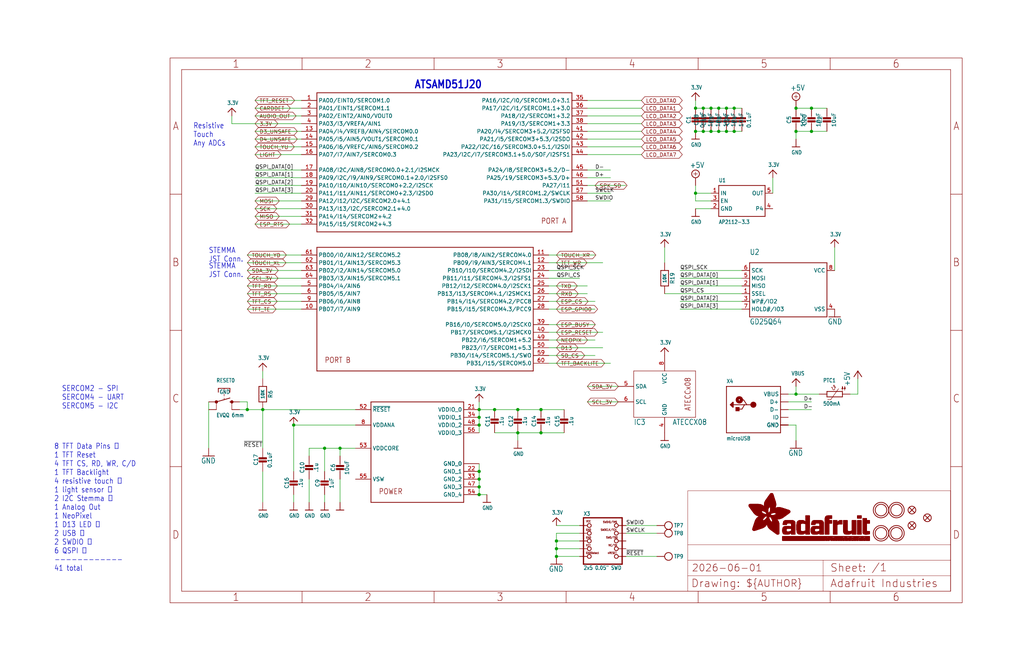
<source format=kicad_sch>
(kicad_sch (version 20230121) (generator eeschema)
  (paper "User" 336.55 217.322)
  (lib_symbols
    (symbol "working-eagle-import:+5V" (power)
      (property "Value" "+5V" (at -1.905 3.175 0))
      (symbol "+5V_1_0"
        (pin power_in line (at 0 -2.54 90) (length 2.54) (name "+5V") (number "1"))
      )
    )
    (symbol "working-eagle-import:3.3V" (power)
      (property "Value" "3.3V" (at -1.524 1.016 0))
      (symbol "3.3V_1_0"
        (pin power_in line (at 0 -2.54 90) (length 2.54) (name "3.3V") (number "1"))
      )
    )
    (symbol "working-eagle-import:ATECCX08"
      (property "Reference" "IC" (at -10.16 -10.16 0))
      (symbol "ATECCX08_1_0"
        (text "ATECCx08" (at 7.62 0 900) (effects (font (size 1.778 1.5113))))
        (pin power_in line (at 0 -12.7 90) (length 5.08) (name "GND") (number "4"))
        (pin bidirectional line (at -15.24 2.54 0) (length 5.08) (name "SDA") (number "5"))
        (pin bidirectional line (at -15.24 -2.54 0) (length 5.08) (name "SCL") (number "6"))
        (pin power_in line (at 0 12.7 270) (length 5.08) (name "VCC") (number "8"))
      )
    )
    (symbol "working-eagle-import:ATSAMD51J"
      (symbol "ATSAMD51J_1_0"
        (text "PORT A" (at 48.26 -22.86 0) (effects (font (size 1.778 1.5113)) (justify left bottom)))
        (pin bidirectional line (at -30.48 17.78 0) (length 5.08) (name "PA00/EINT0/SERCOM1.0") (number "1"))
        (pin bidirectional line (at -30.48 7.62 0) (length 5.08) (name "PA04/I4/VREFB/AIN4/SERCOM0.0") (number "13"))
        (pin bidirectional line (at -30.48 5.08 0) (length 5.08) (name "PA05/I5/AIN5/VOUT1/SERCOM0.1") (number "14"))
        (pin bidirectional line (at -30.48 2.54 0) (length 5.08) (name "PA06/I6/VREFC/AIN6/SERCOM0.2") (number "15"))
        (pin bidirectional line (at -30.48 0 0) (length 5.08) (name "PA07/I7/AIN7/SERCOM0.3") (number "16"))
        (pin bidirectional line (at -30.48 -5.08 0) (length 5.08) (name "PA08/I2C/AIN8/SERCOM0.0+2.1/I2SMCK") (number "17"))
        (pin bidirectional line (at -30.48 -7.62 0) (length 5.08) (name "PA09/I2C/I9/AIN9/SERCOM0.1+2.0/I2SFS0") (number "18"))
        (pin bidirectional line (at -30.48 -10.16 0) (length 5.08) (name "PA10/I10/AIN10/SERCOM0+2.2/I2SCK") (number "19"))
        (pin bidirectional line (at -30.48 15.24 0) (length 5.08) (name "PA01/EINT1/SERCOM1.1") (number "2"))
        (pin bidirectional line (at -30.48 -12.7 0) (length 5.08) (name "PA11/I11/AIN11/SERCOM0+2.3/I2SDO") (number "20"))
        (pin bidirectional line (at -30.48 -15.24 0) (length 5.08) (name "PA12/I12/I2C/SERCOM2.0+4.1") (number "29"))
        (pin bidirectional line (at -30.48 12.7 0) (length 5.08) (name "PA02/EINT2/AIN0/VOUT0") (number "3"))
        (pin bidirectional line (at -30.48 -17.78 0) (length 5.08) (name "PA13/I13/I2C/SERCOM2.1+4.0") (number "30"))
        (pin bidirectional line (at -30.48 -20.32 0) (length 5.08) (name "PA14/I14/SERCOM2+4.2") (number "31"))
        (pin bidirectional line (at -30.48 -22.86 0) (length 5.08) (name "PA15/I15/SERCOM2+4.3") (number "32"))
        (pin bidirectional line (at 63.5 17.78 180) (length 5.08) (name "PA16/I2C/I0/SERCOM1.0+3.1") (number "35"))
        (pin bidirectional line (at 63.5 15.24 180) (length 5.08) (name "PA17/I2C/I1/SERCOM1.1+3.0") (number "36"))
        (pin bidirectional line (at 63.5 12.7 180) (length 5.08) (name "PA18/I2/SERCOM1+3.2") (number "37"))
        (pin bidirectional line (at 63.5 10.16 180) (length 5.08) (name "PA19/I3/SERCOM1+3.3") (number "38"))
        (pin bidirectional line (at -30.48 10.16 0) (length 5.08) (name "PA03/I3/VREFA/AIN1") (number "4"))
        (pin bidirectional line (at 63.5 7.62 180) (length 5.08) (name "PA20/I4/SERCOM3+5.2/I2SFS0") (number "41"))
        (pin bidirectional line (at 63.5 5.08 180) (length 5.08) (name "PA21/I5/SERCOM3+5.3/I2SDO") (number "42"))
        (pin bidirectional line (at 63.5 2.54 180) (length 5.08) (name "PA22/I2C/16/SERCOM3.0+5.1/I2SDI") (number "43"))
        (pin bidirectional line (at 63.5 0 180) (length 5.08) (name "PA23/I2C/I7/SERCOM3.1+5.0/SOF/I2SFS1") (number "44"))
        (pin bidirectional line (at 63.5 -5.08 180) (length 5.08) (name "PA24/I8/SERCOM3+5.2/D-") (number "45"))
        (pin bidirectional line (at 63.5 -7.62 180) (length 5.08) (name "PA25/19/SERCOM3+5.3/D+") (number "46"))
        (pin bidirectional line (at 63.5 -10.16 180) (length 5.08) (name "PA27/I11") (number "51"))
        (pin bidirectional line (at 63.5 -12.7 180) (length 5.08) (name "PA30/I14/SERCOM1.2/SWCLK") (number "57"))
        (pin bidirectional line (at 63.5 -15.24 180) (length 5.08) (name "PA31/I15/SERCOM1.3/SWDIO") (number "58"))
      )
      (symbol "ATSAMD51J_2_0"
        (text "PORT B" (at -35.56 -22.86 0) (effects (font (size 1.778 1.5113)) (justify left bottom)))
        (pin bidirectional line (at -43.18 -5.08 0) (length 5.08) (name "PB07/I7/AIN9") (number "10"))
        (pin bidirectional line (at 38.1 12.7 180) (length 5.08) (name "PB08/I8/AIN2/SERCOM4.0") (number "11"))
        (pin bidirectional line (at 38.1 10.16 180) (length 5.08) (name "PB09/I9/AIN3/SERCOM4.1") (number "12"))
        (pin bidirectional line (at 38.1 7.62 180) (length 5.08) (name "PB10/I10/SERCOM4.2/I2SDI") (number "23"))
        (pin bidirectional line (at 38.1 5.08 180) (length 5.08) (name "PB11/I11/SERCOM4.3/I2SFS1") (number "24"))
        (pin bidirectional line (at 38.1 2.54 180) (length 5.08) (name "PB12/I12/SERCOM4.0/I2SCK1") (number "25"))
        (pin bidirectional line (at 38.1 0 180) (length 5.08) (name "PB13/I13/SERCOM4.1/I2SMCK1") (number "26"))
        (pin bidirectional line (at 38.1 -2.54 180) (length 5.08) (name "PB14/I14/SERCOM4.2/PCC8") (number "27"))
        (pin bidirectional line (at 38.1 -5.08 180) (length 5.08) (name "PB15/I15/SERCOM4.3/PCC9") (number "28"))
        (pin bidirectional line (at 38.1 -10.16 180) (length 5.08) (name "PB16/I0/SERCOM5.0/I2SCK0") (number "39"))
        (pin bidirectional line (at 38.1 -12.7 180) (length 5.08) (name "PB17/SERCOM5.1/I2SMCK0") (number "40"))
        (pin bidirectional line (at 38.1 -15.24 180) (length 5.08) (name "PB22/I6/SERCOM1+5.2") (number "49"))
        (pin bidirectional line (at -43.18 2.54 0) (length 5.08) (name "PB04/I4/AIN6") (number "5"))
        (pin bidirectional line (at 38.1 -17.78 180) (length 5.08) (name "PB23/I7/SERCOM1+5.3") (number "50"))
        (pin bidirectional line (at 38.1 -20.32 180) (length 5.08) (name "PB30/I14/SERCOM5.1/SWO") (number "59"))
        (pin bidirectional line (at -43.18 0 0) (length 5.08) (name "PB05/I5/AIN7") (number "6"))
        (pin bidirectional line (at 38.1 -22.86 180) (length 5.08) (name "PB31/I15/SERCOM5.0") (number "60"))
        (pin bidirectional line (at -43.18 12.7 0) (length 5.08) (name "PB00/I0/AIN12/SERCOM5.2") (number "61"))
        (pin bidirectional line (at -43.18 10.16 0) (length 5.08) (name "PB01/I1/AIN13/SERCOM5.3") (number "62"))
        (pin bidirectional line (at -43.18 7.62 0) (length 5.08) (name "PB02/I2/AIN14/SERCOM5.0") (number "63"))
        (pin bidirectional line (at -43.18 5.08 0) (length 5.08) (name "PB03/I3/AIN15/SERCOM5.1") (number "64"))
        (pin bidirectional line (at -43.18 -2.54 0) (length 5.08) (name "PB06/I6/AIN8") (number "9"))
      )
      (symbol "ATSAMD51J_3_0"
        (text "POWER" (at -12.7 -12.7 0) (effects (font (size 1.778 1.5113)) (justify left bottom)))
        (pin bidirectional line (at 20.32 15.24 180) (length 5.08) (name "VDDIO_0") (number "21"))
        (pin bidirectional line (at 20.32 -5.08 180) (length 5.08) (name "GND_1") (number "22"))
        (pin bidirectional line (at 20.32 -7.62 180) (length 5.08) (name "GND_2") (number "33"))
        (pin bidirectional line (at 20.32 12.7 180) (length 5.08) (name "VDDIO_1") (number "34"))
        (pin bidirectional line (at 20.32 -10.16 180) (length 5.08) (name "GND_3") (number "47"))
        (pin bidirectional line (at 20.32 10.16 180) (length 5.08) (name "VDDIO_2") (number "48"))
        (pin bidirectional line (at -20.32 15.24 0) (length 5.08) (name "~{RESET}") (number "52"))
        (pin bidirectional line (at -20.32 2.54 0) (length 5.08) (name "VDDCORE") (number "53"))
        (pin bidirectional line (at 20.32 -12.7 180) (length 5.08) (name "GND_4") (number "54"))
        (pin bidirectional line (at -20.32 -7.62 0) (length 5.08) (name "VSW") (number "55"))
        (pin bidirectional line (at 20.32 7.62 180) (length 5.08) (name "VDDIO_3") (number "56"))
        (pin bidirectional line (at 20.32 -2.54 180) (length 5.08) (name "GND_0") (number "7"))
        (pin bidirectional line (at -20.32 10.16 0) (length 5.08) (name "VDDANA") (number "8"))
        (pin bidirectional line (at 20.32 -2.54 180) (length 5.08) (name "GND_0") (number "EXP"))
      )
    )
    (symbol "working-eagle-import:CAP_CERAMIC0603_NO"
      (property "Reference" "C" (at -2.29 1.25 90))
      (symbol "CAP_CERAMIC0603_NO_1_0"
        (pin passive line (at 0 5.08 270) (length 2.54) (name "1") (number "1"))
        (pin passive line (at 0 -2.54 90) (length 2.54) (name "2") (number "2"))
      )
    )
    (symbol "working-eagle-import:CAP_CERAMIC0805-NOOUTLINE"
      (property "Reference" "C" (at -2.29 1.25 90))
      (symbol "CAP_CERAMIC0805-NOOUTLINE_1_0"
        (pin passive line (at 0 5.08 270) (length 2.54) (name "1") (number "1"))
        (pin passive line (at 0 -2.54 90) (length 2.54) (name "2") (number "2"))
      )
    )
    (symbol "working-eagle-import:FIDUCIAL_1MM")
    (symbol "working-eagle-import:FRAME_A4_ADAFRUIT"
      (symbol "FRAME_A4_ADAFRUIT_1_0"
        (text "${#}/${##}" (at 230.505 10.16 0) (effects (font (size 2.54 2.54)) (justify left bottom)))
        (text "${AUTHOR}" (at 189.23 5.08 0) (effects (font (size 2.286 2.286)) (justify left bottom)))
        (text "${CURRENT_DATE}" (at 171.45 10.16 0) (effects (font (size 2.286 2.286)) (justify left bottom)))
        (text "${PROJECTNAME}" (at 171.45 15.24 0) (effects (font (size 2.54 2.54)) (justify left bottom)))
        (text "1" (at 21.6958 1.905 0) (effects (font (size 2.54 2.286))))
        (text "1" (at 21.6958 177.165 0) (effects (font (size 2.54 2.286))))
        (text "2" (at 65.0875 1.905 0) (effects (font (size 2.54 2.286))))
        (text "2" (at 65.0875 177.165 0) (effects (font (size 2.54 2.286))))
        (text "3" (at 108.4792 1.905 0) (effects (font (size 2.54 2.286))))
        (text "3" (at 108.4792 177.165 0) (effects (font (size 2.54 2.286))))
        (text "4" (at 151.8708 1.905 0) (effects (font (size 2.54 2.286))))
        (text "4" (at 151.8708 177.165 0) (effects (font (size 2.54 2.286))))
        (text "5" (at 195.2625 1.905 0) (effects (font (size 2.54 2.286))))
        (text "5" (at 195.2625 177.165 0) (effects (font (size 2.54 2.286))))
        (text "6" (at 238.6542 1.905 0) (effects (font (size 2.54 2.286))))
        (text "6" (at 238.6542 177.165 0) (effects (font (size 2.54 2.286))))
        (text "A" (at 1.905 156.6863 0) (effects (font (size 2.54 2.286))))
        (text "A" (at 258.445 156.6863 0) (effects (font (size 2.54 2.286))))
        (text "Adafruit Industries" (at 216.916 4.953 0) (effects (font (size 2.54 2.54)) (justify left bottom)))
        (text "B" (at 1.905 111.9188 0) (effects (font (size 2.54 2.286))))
        (text "B" (at 258.445 111.9188 0) (effects (font (size 2.54 2.286))))
        (text "C" (at 1.905 67.1513 0) (effects (font (size 2.54 2.286))))
        (text "C" (at 258.445 67.1513 0) (effects (font (size 2.54 2.286))))
        (text "D" (at 1.905 22.3838 0) (effects (font (size 2.54 2.286))))
        (text "D" (at 258.445 22.3838 0) (effects (font (size 2.54 2.286))))
        (text "Drawing:" (at 171.196 4.953 0) (effects (font (size 2.54 2.54)) (justify left bottom)))
        (text "Sheet:" (at 216.916 10.033 0) (effects (font (size 2.54 2.54)) (justify left bottom)))
      )
    )
    (symbol "working-eagle-import:GND" (power)
      (property "Value" "GND" (at -1.524 -2.54 0))
      (symbol "GND_1_0"
        (pin power_in line (at 0 2.54 270) (length 2.54) (name "GND") (number "1"))
      )
    )
    (symbol "working-eagle-import:JTAG-CORTEX"
      (property "Reference" "X" (at -6.35 8.255 0))
      (symbol "JTAG-CORTEX_1_0"
        (text "GND" (at -5.588 0.762 0) (effects (font (size 0.635 0.5397)) (justify left bottom)))
        (text "GND" (at -5.588 3.302 0) (effects (font (size 0.635 0.5397)) (justify left bottom)))
        (text "GNDDetect" (at -5.588 -4.318 0) (effects (font (size 0.635 0.5397)) (justify left bottom)))
        (text "KEY" (at -5.588 -1.778 0) (effects (font (size 0.635 0.5397)) (justify left bottom)))
        (text "NC/TDI" (at 1.778 -1.778 0) (effects (font (size 0.635 0.5397)) (justify left bottom)))
        (text "nRESET" (at 1.524 -4.318 0) (effects (font (size 0.635 0.5397)) (justify left bottom)))
        (text "SWDCLK/TCK" (at -0.762 3.302 0) (effects (font (size 0.635 0.5397)) (justify left bottom)))
        (text "SWDIO/TMS" (at 0 5.842 0) (effects (font (size 0.635 0.5397)) (justify left bottom)))
        (text "SWO/TDO" (at 1.016 0.762 0) (effects (font (size 0.635 0.5397)) (justify left bottom)))
        (text "VCC" (at -5.588 6.096 0) (effects (font (size 0.635 0.5397)) (justify left bottom)))
        (pin power_in line (at -7.62 5.08 0) (length 2.54) (name "VCC") (number "1"))
        (pin bidirectional line (at 7.62 -5.08 180) (length 2.54) (name "NRESET") (number "10"))
        (pin bidirectional line (at 7.62 5.08 180) (length 2.54) (name "SWDIO") (number "2"))
        (pin power_in line (at -7.62 2.54 0) (length 2.54) (name "GND@1") (number "3"))
        (pin bidirectional line (at 7.62 2.54 180) (length 2.54) (name "SWDCLK") (number "4"))
        (pin power_in line (at -7.62 0 0) (length 2.54) (name "GND@2") (number "5"))
        (pin bidirectional line (at 7.62 0 180) (length 2.54) (name "SWO") (number "6"))
        (pin bidirectional line (at -7.62 -2.54 0) (length 2.54) (name "KEY") (number "7"))
        (pin bidirectional line (at 7.62 -2.54 180) (length 2.54) (name "TDI") (number "8"))
        (pin bidirectional line (at -7.62 -5.08 0) (length 2.54) (name "GNDDETECT") (number "9"))
      )
    )
    (symbol "working-eagle-import:MOUNTINGHOLE3.0THIN")
    (symbol "working-eagle-import:PTC1206"
      (property "Reference" "PTC" (at -3.81 3.81 0))
      (symbol "PTC1206_1_0"
        (pin passive line (at 5.08 0 180) (length 2.54) (name "1") (number "1"))
        (pin passive line (at -5.08 0 0) (length 2.54) (name "2") (number "2"))
      )
    )
    (symbol "working-eagle-import:RESISTOR_0603_NOOUT"
      (property "Reference" "R" (at 0 2.54 0))
      (symbol "RESISTOR_0603_NOOUT_1_0"
        (pin passive line (at -5.08 0 0) (length 2.54) (name "1") (number "1"))
        (pin passive line (at 5.08 0 180) (length 2.54) (name "2") (number "2"))
      )
    )
    (symbol "working-eagle-import:SPIFLASH_8PIN208MIL"
      (property "Reference" "U" (at -12.7 12.7 0))
      (symbol "SPIFLASH_8PIN208MIL_1_0"
        (pin bidirectional line (at -15.24 0 0) (length 2.54) (name "SSEL") (number "1"))
        (pin bidirectional line (at -15.24 2.54 0) (length 2.54) (name "MISO") (number "2"))
        (pin bidirectional line (at -15.24 -2.54 0) (length 2.54) (name "WP#/IO2") (number "3"))
        (pin bidirectional line (at 15.24 -5.08 180) (length 2.54) (name "VSS") (number "4"))
        (pin bidirectional line (at -15.24 5.08 0) (length 2.54) (name "MOSI") (number "5"))
        (pin bidirectional line (at -15.24 7.62 0) (length 2.54) (name "SCK") (number "6"))
        (pin bidirectional line (at -15.24 -5.08 0) (length 2.54) (name "HOLD#/IO3") (number "7"))
        (pin bidirectional line (at 15.24 7.62 180) (length 2.54) (name "VCC") (number "8"))
      )
    )
    (symbol "working-eagle-import:SWITCH_TACT_SMT_EVQQ2_SMALL"
      (property "Reference" "SW" (at -2.54 6.35 0))
      (symbol "SWITCH_TACT_SMT_EVQQ2_SMALL_1_0"
        (pin passive line (at -5.08 0 0) (length 2.54) (name "P") (number "A"))
        (pin passive line (at -5.08 -2.54 0) (length 2.54) (name "P1") (number "A'"))
        (pin passive line (at 5.08 0 180) (length 2.54) (name "S") (number "B"))
        (pin passive line (at 5.08 -2.54 180) (length 2.54) (name "S1") (number "B'"))
      )
    )
    (symbol "working-eagle-import:TESTPOINTROUND1.5MM"
      (property "Reference" "TP" (at 0 5.588 90))
      (symbol "TESTPOINTROUND1.5MM_1_0"
        (pin bidirectional line (at 0 0 90) (length 2.54) (name "P$1") (number "P$1"))
      )
    )
    (symbol "working-eagle-import:USB_MICRO_NARROW"
      (property "Reference" "X" (at -10.16 8.636 0))
      (symbol "USB_MICRO_NARROW_1_0"
        (pin power_in line (at 10.16 -5.08 180) (length 2.54) (name "GND") (number "BASE@1"))
        (pin power_in line (at 10.16 -5.08 180) (length 2.54) (name "GND") (number "BASE@2"))
        (pin bidirectional line (at 10.16 2.54 180) (length 2.54) (name "D+") (number "D+"))
        (pin bidirectional line (at 10.16 0 180) (length 2.54) (name "D-") (number "D-"))
        (pin power_in line (at 10.16 -5.08 180) (length 2.54) (name "GND") (number "GND"))
        (pin bidirectional line (at 10.16 -2.54 180) (length 2.54) (name "ID") (number "ID"))
        (pin power_in line (at 10.16 -5.08 180) (length 2.54) (name "GND") (number "SPRT@1"))
        (pin power_in line (at 10.16 -5.08 180) (length 2.54) (name "GND") (number "SPRT@2"))
        (pin power_in line (at 10.16 -5.08 180) (length 2.54) (name "GND") (number "SPRT@3"))
        (pin power_in line (at 10.16 -5.08 180) (length 2.54) (name "GND") (number "SPRT@4"))
        (pin power_in line (at 10.16 5.08 180) (length 2.54) (name "VBUS") (number "VBUS"))
      )
    )
    (symbol "working-eagle-import:VBUS" (power)
      (property "Value" "VBUS" (at -1.524 1.016 0))
      (symbol "VBUS_1_0"
        (pin power_in line (at 0 -2.54 90) (length 2.54) (name "VBUS") (number "1"))
      )
    )
    (symbol "working-eagle-import:VREG_SOT23-5"
      (property "Reference" "U" (at -7.62 6.096 0))
      (symbol "VREG_SOT23-5_1_0"
        (pin power_in line (at -10.16 2.54 0) (length 2.54) (name "IN") (number "1"))
        (pin power_in line (at -10.16 -2.54 0) (length 2.54) (name "GND") (number "2"))
        (pin input line (at -10.16 0 0) (length 2.54) (name "EN") (number "3"))
        (pin bidirectional line (at 10.16 -2.54 180) (length 2.54) (name "P4") (number "4"))
        (pin power_in line (at 10.16 2.54 180) (length 2.54) (name "OUT") (number "5"))
      )
    )
    (symbol "working-eagle-import:supply1_+5V" (power)
      (property "Value" "supply1_+5V" (at -2.54 -5.08 90))
      (symbol "supply1_+5V_1_0"
        (pin power_in line (at 0 -2.54 90) (length 2.54) (name "+5V") (number "1"))
      )
    )
    (symbol "working-eagle-import:supply1_GND" (power)
      (property "Value" "supply1_GND" (at -2.54 -2.54 0))
      (symbol "supply1_GND_1_0"
        (pin power_in line (at 0 2.54 270) (length 2.54) (name "GND") (number "1"))
      )
    )
  )
  (junction (at 241.3 35.56))
  (junction (at 162.56 134.62))
  (junction (at 266.7 35.56))
  (junction (at 177.8 142.24))
  (junction (at 231.14 35.56))
  (junction (at 170.18 142.24))
  (junction (at 157.48 134.62))
  (junction (at 86.36 134.62))
  (junction (at 111.76 147.32))
  (junction (at 157.48 157.48))
  (junction (at 157.48 160.02))
  (junction (at 157.48 162.56))
  (junction (at 81.28 134.62))
  (junction (at 236.22 35.56))
  (junction (at 236.22 43.18))
  (junction (at 231.14 43.18))
  (junction (at 238.76 35.56))
  (junction (at 170.18 134.62))
  (junction (at 177.8 134.62))
  (junction (at 261.62 35.56))
  (junction (at 182.88 180.34))
  (junction (at 157.48 139.7))
  (junction (at 238.76 43.18))
  (junction (at 96.52 139.7))
  (junction (at 157.48 137.16))
  (junction (at 228.6 43.18))
  (junction (at 233.68 35.56))
  (junction (at 157.48 154.94))
  (junction (at 182.88 177.8))
  (junction (at 261.62 129.54))
  (junction (at 228.6 35.56))
  (junction (at 233.68 43.18))
  (junction (at 106.68 147.32))
  (junction (at 241.3 43.18))
  (junction (at 182.88 182.88))
  (junction (at 261.62 43.18))
  (junction (at 266.7 43.18))
  (junction (at 228.6 63.5))
  (wire (pts (xy 180.34 86.36) (xy 198.12 86.36)) (stroke (width 0.1524)))
  (wire (pts (xy 180.34 99.06) (xy 195.58 99.06)) (stroke (width 0.1524)))
  (wire (pts (xy 259.08 129.54) (xy 261.62 129.54)) (stroke (width 0.1524)))
  (wire (pts (xy 116.84 139.7) (xy 96.52 139.7)) (stroke (width 0.1524)))
  (wire (pts (xy 182.88 180.34) (xy 182.88 182.88)) (stroke (width 0.1524)))
  (wire (pts (xy 78.74 134.62) (xy 81.28 134.62)) (stroke (width 0.1524)))
  (wire (pts (xy 180.34 109.22) (xy 198.12 109.22)) (stroke (width 0.1524)))
  (wire (pts (xy 76.2 40.64) (xy 76.2 38.1)) (stroke (width 0.1524)))
  (wire (pts (xy 193.04 35.56) (xy 210.82 35.56)) (stroke (width 0.1524)))
  (wire (pts (xy 99.06 58.42) (xy 83.82 58.42)) (stroke (width 0.1524)))
  (wire (pts (xy 180.34 93.98) (xy 193.04 93.98)) (stroke (width 0.1524)))
  (wire (pts (xy 99.06 101.6) (xy 81.28 101.6)) (stroke (width 0.1524)))
  (wire (pts (xy 193.04 45.72) (xy 210.82 45.72)) (stroke (width 0.1524)))
  (wire (pts (xy 193.04 132.08) (xy 203.2 132.08)) (stroke (width 0.1524)))
  (wire (pts (xy 193.04 63.5) (xy 200.66 63.5)) (stroke (width 0.1524)))
  (wire (pts (xy 86.36 134.62) (xy 81.28 134.62)) (stroke (width 0.1524)))
  (wire (pts (xy 177.8 142.24) (xy 185.42 142.24)) (stroke (width 0.1524)))
  (wire (pts (xy 78.74 132.08) (xy 81.28 132.08)) (stroke (width 0.1524)))
  (wire (pts (xy 274.32 81.28) (xy 274.32 88.9)) (stroke (width 0.1524)))
  (wire (pts (xy 281.94 129.54) (xy 281.94 124.46)) (stroke (width 0.1524)))
  (wire (pts (xy 193.04 60.96) (xy 205.74 60.96)) (stroke (width 0.1524)))
  (wire (pts (xy 86.36 147.32) (xy 86.36 134.62)) (stroke (width 0.1524)))
  (wire (pts (xy 160.02 162.56) (xy 157.48 162.56)) (stroke (width 0.1524)))
  (wire (pts (xy 116.84 147.32) (xy 111.76 147.32)) (stroke (width 0.1524)))
  (wire (pts (xy 259.08 139.7) (xy 261.62 139.7)) (stroke (width 0.1524)))
  (wire (pts (xy 157.48 154.94) (xy 157.48 157.48)) (stroke (width 0.1524)))
  (wire (pts (xy 228.6 63.5) (xy 233.68 63.5)) (stroke (width 0.1524)))
  (wire (pts (xy 86.36 165.1) (xy 86.36 154.94)) (stroke (width 0.1524)))
  (wire (pts (xy 228.6 43.18) (xy 231.14 43.18)) (stroke (width 0.1524)))
  (wire (pts (xy 193.04 50.8) (xy 210.82 50.8)) (stroke (width 0.1524)))
  (wire (pts (xy 238.76 43.18) (xy 236.22 43.18)) (stroke (width 0.1524)))
  (wire (pts (xy 233.68 35.56) (xy 231.14 35.56)) (stroke (width 0.1524)))
  (wire (pts (xy 83.82 48.26) (xy 99.06 48.26)) (stroke (width 0.1524)))
  (wire (pts (xy 228.6 68.58) (xy 233.68 68.58)) (stroke (width 0.1524)))
  (wire (pts (xy 99.06 38.1) (xy 83.82 38.1)) (stroke (width 0.1524)))
  (wire (pts (xy 228.6 33.02) (xy 228.6 35.56)) (stroke (width 0.1524)))
  (wire (pts (xy 279.4 129.54) (xy 281.94 129.54)) (stroke (width 0.1524)))
  (wire (pts (xy 180.34 91.44) (xy 190.5 91.44)) (stroke (width 0.1524)))
  (wire (pts (xy 180.34 116.84) (xy 195.58 116.84)) (stroke (width 0.1524)))
  (wire (pts (xy 180.34 83.82) (xy 195.58 83.82)) (stroke (width 0.1524)))
  (wire (pts (xy 157.48 132.08) (xy 157.48 134.62)) (stroke (width 0.1524)))
  (wire (pts (xy 180.34 101.6) (xy 195.58 101.6)) (stroke (width 0.1524)))
  (wire (pts (xy 111.76 147.32) (xy 111.76 149.86)) (stroke (width 0.1524)))
  (wire (pts (xy 193.04 55.88) (xy 200.66 55.88)) (stroke (width 0.1524)))
  (wire (pts (xy 243.84 88.9) (xy 223.52 88.9)) (stroke (width 0.1524)))
  (wire (pts (xy 193.04 48.26) (xy 210.82 48.26)) (stroke (width 0.1524)))
  (wire (pts (xy 190.5 172.72) (xy 182.88 172.72)) (stroke (width 0.1524)))
  (wire (pts (xy 99.06 83.82) (xy 81.28 83.82)) (stroke (width 0.1524)))
  (wire (pts (xy 99.06 33.02) (xy 83.82 33.02)) (stroke (width 0.1524)))
  (wire (pts (xy 157.48 152.4) (xy 157.48 154.94)) (stroke (width 0.1524)))
  (wire (pts (xy 243.84 96.52) (xy 218.44 96.52)) (stroke (width 0.1524)))
  (wire (pts (xy 101.6 157.48) (xy 101.6 165.1)) (stroke (width 0.1524)))
  (wire (pts (xy 99.06 99.06) (xy 81.28 99.06)) (stroke (width 0.1524)))
  (wire (pts (xy 86.36 121.92) (xy 86.36 124.46)) (stroke (width 0.1524)))
  (wire (pts (xy 203.2 127) (xy 193.04 127)) (stroke (width 0.1524)))
  (wire (pts (xy 99.06 93.98) (xy 81.28 93.98)) (stroke (width 0.1524)))
  (wire (pts (xy 218.44 81.28) (xy 218.44 86.36)) (stroke (width 0.1524)))
  (wire (pts (xy 228.6 60.96) (xy 228.6 63.5)) (stroke (width 0.1524)))
  (wire (pts (xy 83.82 45.72) (xy 99.06 45.72)) (stroke (width 0.1524)))
  (wire (pts (xy 266.7 134.62) (xy 259.08 134.62)) (stroke (width 0.1524)))
  (wire (pts (xy 231.14 35.56) (xy 228.6 35.56)) (stroke (width 0.1524)))
  (wire (pts (xy 243.84 93.98) (xy 223.52 93.98)) (stroke (width 0.1524)))
  (wire (pts (xy 238.76 35.56) (xy 241.3 35.56)) (stroke (width 0.1524)))
  (wire (pts (xy 180.34 119.38) (xy 200.66 119.38)) (stroke (width 0.1524)))
  (wire (pts (xy 180.34 114.3) (xy 198.12 114.3)) (stroke (width 0.1524)))
  (wire (pts (xy 193.04 66.04) (xy 200.66 66.04)) (stroke (width 0.1524)))
  (wire (pts (xy 180.34 111.76) (xy 195.58 111.76)) (stroke (width 0.1524)))
  (wire (pts (xy 190.5 177.8) (xy 182.88 177.8)) (stroke (width 0.1524)))
  (wire (pts (xy 157.48 137.16) (xy 157.48 134.62)) (stroke (width 0.1524)))
  (wire (pts (xy 205.74 182.88) (xy 215.9 182.88)) (stroke (width 0.1524)))
  (wire (pts (xy 259.08 132.08) (xy 266.7 132.08)) (stroke (width 0.1524)))
  (wire (pts (xy 99.06 66.04) (xy 83.82 66.04)) (stroke (width 0.1524)))
  (wire (pts (xy 182.88 177.8) (xy 182.88 180.34)) (stroke (width 0.1524)))
  (wire (pts (xy 68.58 132.08) (xy 68.58 147.32)) (stroke (width 0.1524)))
  (wire (pts (xy 180.34 106.68) (xy 195.58 106.68)) (stroke (width 0.1524)))
  (wire (pts (xy 193.04 58.42) (xy 200.66 58.42)) (stroke (width 0.1524)))
  (wire (pts (xy 180.34 88.9) (xy 190.5 88.9)) (stroke (width 0.1524)))
  (wire (pts (xy 116.84 134.62) (xy 86.36 134.62)) (stroke (width 0.1524)))
  (wire (pts (xy 99.06 63.5) (xy 83.82 63.5)) (stroke (width 0.1524)))
  (wire (pts (xy 96.52 162.56) (xy 96.52 165.1)) (stroke (width 0.1524)))
  (wire (pts (xy 99.06 50.8) (xy 83.82 50.8)) (stroke (width 0.1524)))
  (wire (pts (xy 162.56 142.24) (xy 170.18 142.24)) (stroke (width 0.1524)))
  (wire (pts (xy 266.7 43.18) (xy 271.78 43.18)) (stroke (width 0.1524)))
  (wire (pts (xy 266.7 35.56) (xy 271.78 35.56)) (stroke (width 0.1524)))
  (wire (pts (xy 99.06 71.12) (xy 83.82 71.12)) (stroke (width 0.1524)))
  (wire (pts (xy 83.82 73.66) (xy 99.06 73.66)) (stroke (width 0.1524)))
  (wire (pts (xy 261.62 129.54) (xy 261.62 127)) (stroke (width 0.1524)))
  (wire (pts (xy 243.84 43.18) (xy 241.3 43.18)) (stroke (width 0.1524)))
  (wire (pts (xy 101.6 147.32) (xy 101.6 149.86)) (stroke (width 0.1524)))
  (wire (pts (xy 182.88 175.26) (xy 182.88 177.8)) (stroke (width 0.1524)))
  (wire (pts (xy 261.62 43.18) (xy 266.7 43.18)) (stroke (width 0.1524)))
  (wire (pts (xy 99.06 60.96) (xy 83.82 60.96)) (stroke (width 0.1524)))
  (wire (pts (xy 205.74 172.72) (xy 215.9 172.72)) (stroke (width 0.1524)))
  (wire (pts (xy 190.5 180.34) (xy 182.88 180.34)) (stroke (width 0.1524)))
  (wire (pts (xy 261.62 45.72) (xy 261.62 43.18)) (stroke (width 0.1524)))
  (wire (pts (xy 223.52 91.44) (xy 243.84 91.44)) (stroke (width 0.1524)))
  (wire (pts (xy 228.6 66.04) (xy 228.6 63.5)) (stroke (width 0.1524)))
  (wire (pts (xy 193.04 43.18) (xy 210.82 43.18)) (stroke (width 0.1524)))
  (wire (pts (xy 162.56 134.62) (xy 170.18 134.62)) (stroke (width 0.1524)))
  (wire (pts (xy 99.06 35.56) (xy 83.82 35.56)) (stroke (width 0.1524)))
  (wire (pts (xy 157.48 139.7) (xy 157.48 137.16)) (stroke (width 0.1524)))
  (wire (pts (xy 236.22 35.56) (xy 233.68 35.56)) (stroke (width 0.1524)))
  (wire (pts (xy 81.28 132.08) (xy 81.28 134.62)) (stroke (width 0.1524)))
  (wire (pts (xy 233.68 66.04) (xy 228.6 66.04)) (stroke (width 0.1524)))
  (wire (pts (xy 241.3 43.18) (xy 238.76 43.18)) (stroke (width 0.1524)))
  (wire (pts (xy 243.84 99.06) (xy 223.52 99.06)) (stroke (width 0.1524)))
  (wire (pts (xy 261.62 129.54) (xy 269.24 129.54)) (stroke (width 0.1524)))
  (wire (pts (xy 96.52 139.7) (xy 96.52 154.94)) (stroke (width 0.1524)))
  (wire (pts (xy 81.28 91.44) (xy 99.06 91.44)) (stroke (width 0.1524)))
  (wire (pts (xy 190.5 175.26) (xy 182.88 175.26)) (stroke (width 0.1524)))
  (wire (pts (xy 99.06 40.64) (xy 76.2 40.64)) (stroke (width 0.1524)))
  (wire (pts (xy 241.3 35.56) (xy 243.84 35.56)) (stroke (width 0.1524)))
  (wire (pts (xy 170.18 144.78) (xy 170.18 142.24)) (stroke (width 0.1524)))
  (wire (pts (xy 261.62 35.56) (xy 266.7 35.56)) (stroke (width 0.1524)))
  (wire (pts (xy 254 58.42) (xy 254 63.5)) (stroke (width 0.1524)))
  (wire (pts (xy 157.48 160.02) (xy 157.48 162.56)) (stroke (width 0.1524)))
  (wire (pts (xy 111.76 147.32) (xy 106.68 147.32)) (stroke (width 0.1524)))
  (wire (pts (xy 170.18 142.24) (xy 177.8 142.24)) (stroke (width 0.1524)))
  (wire (pts (xy 157.48 157.48) (xy 157.48 160.02)) (stroke (width 0.1524)))
  (wire (pts (xy 99.06 88.9) (xy 81.28 88.9)) (stroke (width 0.1524)))
  (wire (pts (xy 111.76 157.48) (xy 111.76 165.1)) (stroke (width 0.1524)))
  (wire (pts (xy 231.14 43.18) (xy 233.68 43.18)) (stroke (width 0.1524)))
  (wire (pts (xy 99.06 43.18) (xy 83.82 43.18)) (stroke (width 0.1524)))
  (wire (pts (xy 233.68 43.18) (xy 236.22 43.18)) (stroke (width 0.1524)))
  (wire (pts (xy 182.88 182.88) (xy 190.5 182.88)) (stroke (width 0.1524)))
  (wire (pts (xy 193.04 33.02) (xy 210.82 33.02)) (stroke (width 0.1524)))
  (wire (pts (xy 185.42 134.62) (xy 177.8 134.62)) (stroke (width 0.1524)))
  (wire (pts (xy 170.18 134.62) (xy 177.8 134.62)) (stroke (width 0.1524)))
  (wire (pts (xy 99.06 55.88) (xy 83.82 55.88)) (stroke (width 0.1524)))
  (wire (pts (xy 106.68 147.32) (xy 101.6 147.32)) (stroke (width 0.1524)))
  (wire (pts (xy 223.52 101.6) (xy 243.84 101.6)) (stroke (width 0.1524)))
  (wire (pts (xy 193.04 38.1) (xy 210.82 38.1)) (stroke (width 0.1524)))
  (wire (pts (xy 106.68 162.56) (xy 106.68 165.1)) (stroke (width 0.1524)))
  (wire (pts (xy 236.22 35.56) (xy 238.76 35.56)) (stroke (width 0.1524)))
  (wire (pts (xy 106.68 154.94) (xy 106.68 147.32)) (stroke (width 0.1524)))
  (wire (pts (xy 83.82 68.58) (xy 99.06 68.58)) (stroke (width 0.1524)))
  (wire (pts (xy 193.04 40.64) (xy 210.82 40.64)) (stroke (width 0.1524)))
  (wire (pts (xy 261.62 139.7) (xy 261.62 144.78)) (stroke (width 0.1524)))
  (wire (pts (xy 157.48 134.62) (xy 162.56 134.62)) (stroke (width 0.1524)))
  (wire (pts (xy 180.34 96.52) (xy 193.04 96.52)) (stroke (width 0.1524)))
  (wire (pts (xy 99.06 96.52) (xy 81.28 96.52)) (stroke (width 0.1524)))
  (wire (pts (xy 157.48 142.24) (xy 157.48 139.7)) (stroke (width 0.1524)))
  (wire (pts (xy 215.9 175.26) (xy 205.74 175.26)) (stroke (width 0.1524)))
  (wire (pts (xy 99.06 86.36) (xy 81.28 86.36)) (stroke (width 0.1524)))
  (text "SERCOM2 - SPI\nSERCOM4 - UART\nSERCOM5 - I2C" (at 20.32 134.62 0) (effects (font (size 1.778 1.5113)) (justify left bottom)))
  (text "STEMMA\nJST Conn." (at 68.58 91.44 0) (effects (font (size 1.778 1.5113)) (justify left bottom)))
  (text "STEMMA\nJST Conn." (at 68.58 86.36 0) (effects (font (size 1.778 1.5113)) (justify left bottom)))
  (text "ATSAMD51J20" (at 147.32 27.94 0) (effects (font (size 2.54 2.159) (thickness 0.4318) bold)))
  (text "8 TFT Data Pins ✓\n1 TFT Reset\n4 TFT CS, RD, WR, C/D\n1 TFT Backlight\n4 resistive touch ✓\n1 light sensor ✓\n2 I2C Stemma ✓\n1 Analog Out\n1 NeoPixel\n1 D13 LED ✓\n2 USB ✓\n2 SWDIO ✓\n6 QSPI ✓\n------------\n41 total" (at 17.78 187.96 0) (effects (font (size 1.778 1.5113)) (justify left bottom)))
  (text "Resistive\nTouch\nAny ADCs" (at 63.5 48.26 0) (effects (font (size 1.778 1.5113)) (justify left bottom)))
  (label "~{RESET}" (at 205.74 182.88 0) (effects (font (size 1.2446 1.2446))))
  (label "~{RESET}" (at 86.36 147.32 180) (effects (font (size 1.3513 1.3513))))
  (label "QSPI_CS" (at 182.88 91.44 0) (effects (font (size 1.2446 1.2446))))
  (label "SWDIO" (at 205.74 172.72 0) (effects (font (size 1.2446 1.2446))))
  (label "QSPI_DATA[0]" (at 223.52 91.44 0) (effects (font (size 1.2446 1.2446))))
  (label "D-" (at 195.58 55.88 0) (effects (font (size 1.2446 1.2446))))
  (label "D-" (at 264.16 134.62 0) (effects (font (size 1.2446 1.2446))))
  (label "D+" (at 264.16 132.08 0) (effects (font (size 1.2446 1.2446))))
  (label "D+" (at 195.58 58.42 0) (effects (font (size 1.2446 1.2446))))
  (label "QSPI_CS" (at 223.52 96.52 0) (effects (font (size 1.2446 1.2446))))
  (label "QSPI_DATA[1]" (at 223.52 93.98 0) (effects (font (size 1.2446 1.2446))))
  (label "QSPI_SCK" (at 182.88 88.9 0) (effects (font (size 1.2446 1.2446))))
  (label "QSPI_DATA[3]" (at 83.82 63.5 0) (effects (font (size 1.2446 1.2446))))
  (label "QSPI_DATA[0]" (at 83.82 55.88 0) (effects (font (size 1.2446 1.2446))))
  (label "SWDIO" (at 195.58 66.04 0) (effects (font (size 1.2446 1.2446))))
  (label "QSPI_SCK" (at 223.52 88.9 0) (effects (font (size 1.2446 1.2446))))
  (label "SWCLK" (at 205.74 175.26 0) (effects (font (size 1.2446 1.2446))))
  (label "SWCLK" (at 195.58 63.5 0) (effects (font (size 1.2446 1.2446))))
  (label "QSPI_DATA[2]" (at 83.82 60.96 0) (effects (font (size 1.2446 1.2446))))
  (label "QSPI_DATA[3]" (at 223.52 101.6 0) (effects (font (size 1.2446 1.2446))))
  (label "QSPI_DATA[1]" (at 83.82 58.42 0) (effects (font (size 1.2446 1.2446))))
  (label "QSPI_DATA[2]" (at 223.52 99.06 0) (effects (font (size 1.2446 1.2446))))
  (global_label "D13" (shape bidirectional) (at 182.88 114.3 0) (effects (font (size 1.2446 1.2446))) (property "Intersheetrefs" "${INTERSHEET_REFS}" (effects hide)))
  (global_label "ESP_BUSY" (shape bidirectional) (at 182.88 106.68 0) (effects (font (size 1.2446 1.2446))) (property "Intersheetrefs" "${INTERSHEET_REFS}" (effects hide)))
  (global_label "LIGHT" (shape bidirectional) (at 83.82 50.8 0) (effects (font (size 1.2446 1.2446))) (property "Intersheetrefs" "${INTERSHEET_REFS}" (effects hide)))
  (global_label "SCL_3V" (shape bidirectional) (at 81.28 91.44 0) (effects (font (size 1.2446 1.2446))) (property "Intersheetrefs" "${INTERSHEET_REFS}" (effects hide)))
  (global_label "TFT_RD" (shape bidirectional) (at 81.28 93.98 0) (effects (font (size 1.2446 1.2446))) (property "Intersheetrefs" "${INTERSHEET_REFS}" (effects hide)))
  (global_label "TOUCH_XR" (shape bidirectional) (at 182.88 83.82 0) (effects (font (size 1.2446 1.2446))) (property "Intersheetrefs" "${INTERSHEET_REFS}" (effects hide)))
  (global_label "SDA_3V" (shape bidirectional) (at 193.04 127 0) (effects (font (size 1.2446 1.2446))) (property "Intersheetrefs" "${INTERSHEET_REFS}" (effects hide)))
  (global_label "TOUCH_XL" (shape bidirectional) (at 81.28 86.36 0) (effects (font (size 1.2446 1.2446))) (property "Intersheetrefs" "${INTERSHEET_REFS}" (effects hide)))
  (global_label "AUDIO_OUT" (shape bidirectional) (at 83.82 38.1 0) (effects (font (size 1.2446 1.2446))) (property "Intersheetrefs" "${INTERSHEET_REFS}" (effects hide)))
  (global_label "TFT_RESET" (shape bidirectional) (at 83.82 33.02 0) (effects (font (size 1.2446 1.2446))) (property "Intersheetrefs" "${INTERSHEET_REFS}" (effects hide)))
  (global_label "TFT_RS" (shape bidirectional) (at 81.28 96.52 0) (effects (font (size 1.2446 1.2446))) (property "Intersheetrefs" "${INTERSHEET_REFS}" (effects hide)))
  (global_label "LCD_DATA3" (shape bidirectional) (at 210.82 40.64 0) (effects (font (size 1.2446 1.2446))) (property "Intersheetrefs" "${INTERSHEET_REFS}" (effects hide)))
  (global_label "CARDDET" (shape bidirectional) (at 83.82 35.56 0) (effects (font (size 1.2446 1.2446))) (property "Intersheetrefs" "${INTERSHEET_REFS}" (effects hide)))
  (global_label "LCD_DATA7" (shape bidirectional) (at 210.82 50.8 0) (effects (font (size 1.2446 1.2446))) (property "Intersheetrefs" "${INTERSHEET_REFS}" (effects hide)))
  (global_label "TXD" (shape bidirectional) (at 182.88 93.98 0) (effects (font (size 1.2446 1.2446))) (property "Intersheetrefs" "${INTERSHEET_REFS}" (effects hide)))
  (global_label "LCD_DATA2" (shape bidirectional) (at 210.82 38.1 0) (effects (font (size 1.2446 1.2446))) (property "Intersheetrefs" "${INTERSHEET_REFS}" (effects hide)))
  (global_label "TFT_WR" (shape bidirectional) (at 182.88 86.36 0) (effects (font (size 1.2446 1.2446))) (property "Intersheetrefs" "${INTERSHEET_REFS}" (effects hide)))
  (global_label "SPK_SD" (shape bidirectional) (at 195.58 60.96 0) (effects (font (size 1.2446 1.2446))) (property "Intersheetrefs" "${INTERSHEET_REFS}" (effects hide)))
  (global_label "SCK" (shape bidirectional) (at 83.82 68.58 0) (effects (font (size 1.2446 1.2446))) (property "Intersheetrefs" "${INTERSHEET_REFS}" (effects hide)))
  (global_label "LCD_DATA4" (shape bidirectional) (at 210.82 43.18 0) (effects (font (size 1.2446 1.2446))) (property "Intersheetrefs" "${INTERSHEET_REFS}" (effects hide)))
  (global_label "ESP_GPIO0" (shape bidirectional) (at 182.88 101.6 0) (effects (font (size 1.2446 1.2446))) (property "Intersheetrefs" "${INTERSHEET_REFS}" (effects hide)))
  (global_label "D4_UNSAFE" (shape bidirectional) (at 83.82 45.72 0) (effects (font (size 1.2446 1.2446))) (property "Intersheetrefs" "${INTERSHEET_REFS}" (effects hide)))
  (global_label "3.3V" (shape bidirectional) (at 83.82 40.64 0) (effects (font (size 1.2446 1.2446))) (property "Intersheetrefs" "${INTERSHEET_REFS}" (effects hide)))
  (global_label "TOUCH_YD" (shape bidirectional) (at 81.28 83.82 0) (effects (font (size 1.2446 1.2446))) (property "Intersheetrefs" "${INTERSHEET_REFS}" (effects hide)))
  (global_label "MOSI" (shape bidirectional) (at 83.82 66.04 0) (effects (font (size 1.2446 1.2446))) (property "Intersheetrefs" "${INTERSHEET_REFS}" (effects hide)))
  (global_label "LCD_DATA0" (shape bidirectional) (at 210.82 33.02 0) (effects (font (size 1.2446 1.2446))) (property "Intersheetrefs" "${INTERSHEET_REFS}" (effects hide)))
  (global_label "SDA_3V" (shape bidirectional) (at 81.28 88.9 0) (effects (font (size 1.2446 1.2446))) (property "Intersheetrefs" "${INTERSHEET_REFS}" (effects hide)))
  (global_label "SD_CS" (shape bidirectional) (at 182.88 116.84 0) (effects (font (size 1.2446 1.2446))) (property "Intersheetrefs" "${INTERSHEET_REFS}" (effects hide)))
  (global_label "LCD_DATA6" (shape bidirectional) (at 210.82 48.26 0) (effects (font (size 1.2446 1.2446))) (property "Intersheetrefs" "${INTERSHEET_REFS}" (effects hide)))
  (global_label "SCL_3V" (shape bidirectional) (at 193.04 132.08 0) (effects (font (size 1.2446 1.2446))) (property "Intersheetrefs" "${INTERSHEET_REFS}" (effects hide)))
  (global_label "LCD_DATA1" (shape bidirectional) (at 210.82 35.56 0) (effects (font (size 1.2446 1.2446))) (property "Intersheetrefs" "${INTERSHEET_REFS}" (effects hide)))
  (global_label "TFT_CS" (shape bidirectional) (at 81.28 99.06 0) (effects (font (size 1.2446 1.2446))) (property "Intersheetrefs" "${INTERSHEET_REFS}" (effects hide)))
  (global_label "LCD_DATA5" (shape bidirectional) (at 210.82 45.72 0) (effects (font (size 1.2446 1.2446))) (property "Intersheetrefs" "${INTERSHEET_REFS}" (effects hide)))
  (global_label "ESP_CS" (shape bidirectional) (at 182.88 99.06 0) (effects (font (size 1.2446 1.2446))) (property "Intersheetrefs" "${INTERSHEET_REFS}" (effects hide)))
  (global_label "RXD" (shape bidirectional) (at 182.88 96.52 0) (effects (font (size 1.2446 1.2446))) (property "Intersheetrefs" "${INTERSHEET_REFS}" (effects hide)))
  (global_label "ESP_RESET" (shape bidirectional) (at 182.88 109.22 0) (effects (font (size 1.2446 1.2446))) (property "Intersheetrefs" "${INTERSHEET_REFS}" (effects hide)))
  (global_label "MISO" (shape bidirectional) (at 83.82 71.12 0) (effects (font (size 1.2446 1.2446))) (property "Intersheetrefs" "${INTERSHEET_REFS}" (effects hide)))
  (global_label "TFT_BACKLITE" (shape bidirectional) (at 182.88 119.38 0) (effects (font (size 1.2446 1.2446))) (property "Intersheetrefs" "${INTERSHEET_REFS}" (effects hide)))
  (global_label "NEOPIX" (shape bidirectional) (at 182.88 111.76 0) (effects (font (size 1.2446 1.2446))) (property "Intersheetrefs" "${INTERSHEET_REFS}" (effects hide)))
  (global_label "TFT_TE" (shape bidirectional) (at 81.28 101.6 0) (effects (font (size 1.2446 1.2446))) (property "Intersheetrefs" "${INTERSHEET_REFS}" (effects hide)))
  (global_label "ESP_RTS" (shape bidirectional) (at 83.82 73.66 0) (effects (font (size 1.2446 1.2446))) (property "Intersheetrefs" "${INTERSHEET_REFS}" (effects hide)))
  (global_label "D3_UNSAFE" (shape bidirectional) (at 83.82 43.18 0) (effects (font (size 1.2446 1.2446))) (property "Intersheetrefs" "${INTERSHEET_REFS}" (effects hide)))
  (global_label "TOUCH_YU" (shape bidirectional) (at 83.82 48.26 0) (effects (font (size 1.2446 1.2446))) (property "Intersheetrefs" "${INTERSHEET_REFS}" (effects hide)))
  (symbol (lib_id "working-eagle-import:supply1_GND") (at 182.88 185.42 0) (unit 1)
    (property "Reference" "#GND22" (effects hide))
    (property "Value" "GND" (at 180.34 187.96 0) (effects (font (size 1.778 1.5113)) (justify left bottom)))
  )
  (symbol (lib_id "working-eagle-import:3.3V") (at 86.36 119.38 0) (unit 1)
    (property "Reference" "#U$21" (effects hide))
    (property "Value" "3.3V" (at 84.836 118.364 0) (effects (font (size 1.27 1.0795)) (justify left bottom)))
  )
  (symbol (lib_id "working-eagle-import:supply1_GND") (at 68.58 149.86 0) (unit 1)
    (property "Reference" "#GND12" (effects hide))
    (property "Value" "GND" (at 66.04 152.4 0) (effects (font (size 1.778 1.5113)) (justify left bottom)))
  )
  (symbol (lib_id "working-eagle-import:3.3V") (at 96.52 137.16 0) (unit 1)
    (property "Reference" "#U$20" (effects hide))
    (property "Value" "3.3V" (at 94.996 136.144 0) (effects (font (size 1.27 1.0795)) (justify left bottom)))
  )
  (symbol (lib_id "working-eagle-import:MOUNTINGHOLE3.0THIN") (at 294.64 175.26 0) (unit 1)
    (property "Reference" "U$16" (effects hide))
    (property "Value" "MOUNTINGHOLE3.0THIN" (effects hide))
    (property "Footprint" "working:MOUNTINGHOLE_3.0_PLATEDTHIN" (effects hide))
  )
  (symbol (lib_id "working-eagle-import:3.3V") (at 157.48 129.54 0) (unit 1)
    (property "Reference" "#U$12" (effects hide))
    (property "Value" "3.3V" (at 155.956 128.524 0) (effects (font (size 1.27 1.0795)) (justify left bottom)))
  )
  (symbol (lib_id "working-eagle-import:CAP_CERAMIC0805-NOOUTLINE") (at 241.3 40.64 0) (unit 1)
    (property "Reference" "C24" (at 239.01 39.39 90))
    (property "Value" "10uF" (at 243.6 39.39 90))
    (property "Footprint" "working:0805-NO" (effects hide))
  )
  (symbol (lib_id "working-eagle-import:SPIFLASH_8PIN208MIL") (at 259.08 96.52 0) (unit 1)
    (property "Reference" "U2" (at 246.38 83.82 0) (effects (font (size 1.778 1.5113)) (justify left bottom)))
    (property "Value" "GD25Q64" (at 246.38 106.68 0) (effects (font (size 1.778 1.5113)) (justify left bottom)))
    (property "Footprint" "working:SOIC8_208MIL" (effects hide))
  )
  (symbol (lib_id "working-eagle-import:CAP_CERAMIC0805-NOOUTLINE") (at 233.68 40.64 0) (unit 1)
    (property "Reference" "C13" (at 231.39 39.39 90))
    (property "Value" "10uF" (at 235.98 39.39 90))
    (property "Footprint" "working:0805-NO" (effects hide))
  )
  (symbol (lib_id "working-eagle-import:GND") (at 228.6 45.72 0) (unit 1)
    (property "Reference" "#U$4" (effects hide))
    (property "Value" "GND" (at 227.076 48.26 0) (effects (font (size 1.27 1.0795)) (justify left bottom)))
  )
  (symbol (lib_id "working-eagle-import:3.3V") (at 274.32 78.74 0) (unit 1)
    (property "Reference" "#U$41" (effects hide))
    (property "Value" "3.3V" (at 272.796 77.724 0) (effects (font (size 1.27 1.0795)) (justify left bottom)))
  )
  (symbol (lib_id "working-eagle-import:TESTPOINTROUND1.5MM") (at 215.9 175.26 270) (unit 1)
    (property "Reference" "TP8" (at 221.488 175.26 90) (effects (font (size 1.27 1.0795)) (justify left)))
    (property "Value" "TESTPOINTROUND1.5MM" (effects hide))
    (property "Footprint" "working:TESTPOINT_ROUND_1.5MM" (effects hide))
  )
  (symbol (lib_id "working-eagle-import:CAP_CERAMIC0603_NO") (at 101.6 152.4 0) (mirror x) (unit 1)
    (property "Reference" "C10" (at 99.31 153.65 90))
    (property "Value" ".1u" (at 103.9 153.65 90))
    (property "Footprint" "working:0603-NO" (effects hide))
  )
  (symbol (lib_id "working-eagle-import:CAP_CERAMIC0603_NO") (at 96.52 157.48 0) (mirror x) (unit 1)
    (property "Reference" "C16" (at 94.23 158.73 90))
    (property "Value" ".1u" (at 98.82 158.73 90))
    (property "Footprint" "working:0603-NO" (effects hide))
  )
  (symbol (lib_id "working-eagle-import:GND") (at 86.36 167.64 0) (unit 1)
    (property "Reference" "#U$27" (effects hide))
    (property "Value" "GND" (at 84.836 170.18 0) (effects (font (size 1.27 1.0795)) (justify left bottom)))
  )
  (symbol (lib_id "working-eagle-import:supply1_+5V") (at 281.94 121.92 0) (unit 1)
    (property "Reference" "#P+1" (effects hide))
    (property "Value" "+5V" (at 279.4 127 90) (effects (font (size 1.778 1.5113)) (justify left bottom)))
  )
  (symbol (lib_id "working-eagle-import:+5V") (at 261.62 33.02 0) (unit 1)
    (property "Reference" "#SUPPLY5" (effects hide))
    (property "Value" "+5V" (at 259.715 29.845 0) (effects (font (size 1.778 1.5113)) (justify left bottom)))
  )
  (symbol (lib_id "working-eagle-import:FIDUCIAL_1MM") (at 299.72 172.72 0) (unit 1)
    (property "Reference" "U$11" (effects hide))
    (property "Value" "FIDUCIAL_1MM" (effects hide))
    (property "Footprint" "working:FIDUCIAL_1MM" (effects hide))
  )
  (symbol (lib_id "working-eagle-import:3.3V") (at 76.2 35.56 0) (unit 1)
    (property "Reference" "#U$38" (effects hide))
    (property "Value" "3.3V" (at 74.676 34.544 0) (effects (font (size 1.27 1.0795)) (justify left bottom)))
  )
  (symbol (lib_id "working-eagle-import:PTC1206") (at 274.32 129.54 0) (unit 1)
    (property "Reference" "PTC1" (at 270.51 125.73 0) (effects (font (size 1.27 1.0795)) (justify left bottom)))
    (property "Value" "500mA" (at 270.51 133.35 0) (effects (font (size 1.27 1.0795)) (justify left bottom)))
    (property "Footprint" "working:1206" (effects hide))
  )
  (symbol (lib_id "working-eagle-import:CAP_CERAMIC0603_NO") (at 185.42 137.16 0) (mirror x) (unit 1)
    (property "Reference" "C15" (at 183.13 138.41 90))
    (property "Value" ".1u" (at 187.72 138.41 90))
    (property "Footprint" "working:0603-NO" (effects hide))
  )
  (symbol (lib_id "working-eagle-import:supply1_GND") (at 261.62 147.32 0) (unit 1)
    (property "Reference" "#GND1" (effects hide))
    (property "Value" "GND" (at 259.08 149.86 0) (effects (font (size 1.778 1.5113)) (justify left bottom)))
  )
  (symbol (lib_id "working-eagle-import:GND") (at 170.18 147.32 0) (unit 1)
    (property "Reference" "#U$22" (effects hide))
    (property "Value" "GND" (at 168.656 149.86 0) (effects (font (size 1.27 1.0795)) (justify left bottom)))
  )
  (symbol (lib_id "working-eagle-import:SWITCH_TACT_SMT_EVQQ2_SMALL") (at 73.66 132.08 0) (unit 1)
    (property "Reference" "RESET0" (at 71.12 125.73 0) (effects (font (size 1.27 1.0795)) (justify left bottom)))
    (property "Value" "EVQQ 6mm" (at 71.12 137.16 0) (effects (font (size 1.27 1.0795)) (justify left bottom)))
    (property "Footprint" "working:EVQ-Q2_SMALLER" (effects hide))
  )
  (symbol (lib_id "working-eagle-import:CAP_CERAMIC0805-NOOUTLINE") (at 236.22 40.64 0) (unit 1)
    (property "Reference" "C3" (at 233.93 39.39 90))
    (property "Value" "10uF" (at 238.52 39.39 90))
    (property "Footprint" "working:0805-NO" (effects hide))
  )
  (symbol (lib_id "working-eagle-import:GND") (at 106.68 167.64 0) (unit 1)
    (property "Reference" "#U$8" (effects hide))
    (property "Value" "GND" (at 105.156 170.18 0) (effects (font (size 1.27 1.0795)) (justify left bottom)))
  )
  (symbol (lib_id "working-eagle-import:ATSAMD51J") (at 137.16 149.86 0) (unit 3)
    (property "Reference" "U$2" (effects hide))
    (property "Value" "ATSAMD51J" (effects hide))
    (property "Footprint" "working:PQFN64-1" (effects hide))
  )
  (symbol (lib_id "working-eagle-import:FIDUCIAL_1MM") (at 299.72 167.64 0) (unit 1)
    (property "Reference" "U$23" (effects hide))
    (property "Value" "FIDUCIAL_1MM" (effects hide))
    (property "Footprint" "working:FIDUCIAL_1MM" (effects hide))
  )
  (symbol (lib_id "working-eagle-import:CAP_CERAMIC0603_NO") (at 162.56 137.16 0) (mirror x) (unit 1)
    (property "Reference" "C11" (at 160.27 138.41 90))
    (property "Value" ".1u" (at 164.86 138.41 90))
    (property "Footprint" "working:0603-NO" (effects hide))
  )
  (symbol (lib_id "working-eagle-import:supply1_GND") (at 274.32 104.14 0) (mirror y) (unit 1)
    (property "Reference" "#GND25" (effects hide))
    (property "Value" "GND" (at 276.86 106.68 0) (effects (font (size 1.778 1.5113)) (justify left bottom)))
  )
  (symbol (lib_id "working-eagle-import:GND") (at 160.02 165.1 0) (unit 1)
    (property "Reference" "#U$5" (effects hide))
    (property "Value" "GND" (at 158.496 167.64 0) (effects (font (size 1.27 1.0795)) (justify left bottom)))
  )
  (symbol (lib_id "working-eagle-import:CAP_CERAMIC0603_NO") (at 170.18 137.16 0) (mirror x) (unit 1)
    (property "Reference" "C12" (at 167.89 138.41 90))
    (property "Value" ".1u" (at 172.48 138.41 90))
    (property "Footprint" "working:0603-NO" (effects hide))
  )
  (symbol (lib_id "working-eagle-import:CAP_CERAMIC0805-NOOUTLINE") (at 111.76 154.94 0) (unit 1)
    (property "Reference" "C6" (at 109.47 153.69 90))
    (property "Value" "10uF" (at 114.06 153.69 90))
    (property "Footprint" "working:0805-NO" (effects hide))
  )
  (symbol (lib_id "working-eagle-import:CAP_CERAMIC0603_NO") (at 106.68 160.02 0) (unit 1)
    (property "Reference" "C9" (at 104.39 158.77 90))
    (property "Value" "1uF" (at 108.98 158.77 90))
    (property "Footprint" "working:0603-NO" (effects hide))
  )
  (symbol (lib_id "working-eagle-import:GND") (at 228.6 71.12 0) (unit 1)
    (property "Reference" "#U$1" (effects hide))
    (property "Value" "GND" (at 227.076 73.66 0) (effects (font (size 1.27 1.0795)) (justify left bottom)))
  )
  (symbol (lib_id "working-eagle-import:GND") (at 111.76 167.64 0) (unit 1)
    (property "Reference" "#U$3" (effects hide))
    (property "Value" "GND" (at 72.136 129.54 0) (effects (font (size 1.27 1.0795)) (justify left bottom)))
  )
  (symbol (lib_id "working-eagle-import:3.3V") (at 218.44 114.3 0) (unit 1)
    (property "Reference" "#U$47" (effects hide))
    (property "Value" "3.3V" (at 216.916 113.284 0) (effects (font (size 1.27 1.0795)) (justify left bottom)))
  )
  (symbol (lib_id "working-eagle-import:FRAME_A4_ADAFRUIT") (at 55.88 198.12 0) (unit 1)
    (property "Reference" "#U$25" (effects hide))
    (property "Value" "FRAME_A4_ADAFRUIT" (effects hide))
  )
  (symbol (lib_id "working-eagle-import:USB_MICRO_NARROW") (at 248.92 134.62 0) (unit 1)
    (property "Reference" "X4" (at 238.76 125.984 0) (effects (font (size 1.27 1.0795)) (justify left bottom)))
    (property "Value" "microUSB" (at 238.76 144.78 0) (effects (font (size 1.27 1.0795)) (justify left bottom)))
    (property "Footprint" "working:4UCONN_20329_NARROW" (effects hide))
  )
  (symbol (lib_id "working-eagle-import:CAP_CERAMIC0603_NO") (at 86.36 149.86 0) (mirror x) (unit 1)
    (property "Reference" "C17" (at 84.07 151.11 90))
    (property "Value" "0.1uF" (at 88.66 151.11 90))
    (property "Footprint" "working:0603-NO" (effects hide))
  )
  (symbol (lib_id "working-eagle-import:FIDUCIAL_1MM") (at 304.8 170.18 0) (unit 1)
    (property "Reference" "U$9" (effects hide))
    (property "Value" "FIDUCIAL_1MM" (effects hide))
    (property "Footprint" "working:FIDUCIAL_1MM" (effects hide))
  )
  (symbol (lib_id "working-eagle-import:TESTPOINTROUND1.5MM") (at 215.9 172.72 270) (unit 1)
    (property "Reference" "TP7" (at 221.488 172.72 90) (effects (font (size 1.27 1.0795)) (justify left)))
    (property "Value" "TESTPOINTROUND1.5MM" (effects hide))
    (property "Footprint" "working:TESTPOINT_ROUND_1.5MM" (effects hide))
  )
  (symbol (lib_id "working-eagle-import:RESISTOR_0603_NOOUT") (at 86.36 129.54 270) (unit 1)
    (property "Reference" "R6" (at 88.9 129.54 0))
    (property "Value" "10K" (at 86.36 129.54 0) (effects (font (size 1.016 1.016) bold)))
    (property "Footprint" "working:0603-NO" (effects hide))
  )
  (symbol (lib_id "working-eagle-import:3.3V") (at 254 55.88 0) (unit 1)
    (property "Reference" "#U$31" (effects hide))
    (property "Value" "3.3V" (at 252.476 54.864 0) (effects (font (size 1.27 1.0795)) (justify left bottom)))
  )
  (symbol (lib_id "working-eagle-import:CAP_CERAMIC0805-NOOUTLINE") (at 266.7 40.64 0) (unit 1)
    (property "Reference" "C20" (at 264.41 39.39 90))
    (property "Value" "10uF" (at 269 39.39 90))
    (property "Footprint" "working:0805-NO" (effects hide))
  )
  (symbol (lib_id "working-eagle-import:3.3V") (at 228.6 30.48 0) (unit 1)
    (property "Reference" "#U$32" (effects hide))
    (property "Value" "3.3V" (at 227.076 29.464 0) (effects (font (size 1.27 1.0795)) (justify left bottom)))
  )
  (symbol (lib_id "working-eagle-import:GND") (at 96.52 167.64 0) (unit 1)
    (property "Reference" "#U$26" (effects hide))
    (property "Value" "GND" (at 94.996 170.18 0) (effects (font (size 1.27 1.0795)) (justify left bottom)))
  )
  (symbol (lib_id "working-eagle-import:+5V") (at 228.6 58.42 0) (unit 1)
    (property "Reference" "#SUPPLY2" (effects hide))
    (property "Value" "+5V" (at 226.695 55.245 0) (effects (font (size 1.778 1.5113)) (justify left bottom)))
  )
  (symbol (lib_id "working-eagle-import:CAP_CERAMIC0603_NO") (at 177.8 137.16 0) (mirror x) (unit 1)
    (property "Reference" "C14" (at 175.51 138.41 90))
    (property "Value" ".1u" (at 180.1 138.41 90))
    (property "Footprint" "working:0603-NO" (effects hide))
  )
  (symbol (lib_id "working-eagle-import:MOUNTINGHOLE3.0THIN") (at 289.56 175.26 0) (unit 1)
    (property "Reference" "U$17" (effects hide))
    (property "Value" "MOUNTINGHOLE3.0THIN" (effects hide))
    (property "Footprint" "working:MOUNTINGHOLE_3.0_PLATEDTHIN" (effects hide))
  )
  (symbol (lib_id "working-eagle-import:ATSAMD51J") (at 142.24 96.52 0) (unit 2)
    (property "Reference" "U$2" (effects hide))
    (property "Value" "ATSAMD51J" (effects hide))
    (property "Footprint" "working:PQFN64-1" (effects hide))
  )
  (symbol (lib_id "working-eagle-import:TESTPOINTROUND1.5MM") (at 215.9 182.88 270) (unit 1)
    (property "Reference" "TP9" (at 221.488 182.88 90) (effects (font (size 1.27 1.0795)) (justify left)))
    (property "Value" "TESTPOINTROUND1.5MM" (effects hide))
    (property "Footprint" "working:TESTPOINT_ROUND_1.5MM" (effects hide))
  )
  (symbol (lib_id "working-eagle-import:CAP_CERAMIC0603_NO") (at 228.6 40.64 0) (unit 1)
    (property "Reference" "C1" (at 226.31 39.39 90))
    (property "Value" "0.1uF" (at 230.9 39.39 90))
    (property "Footprint" "working:0603-NO" (effects hide))
  )
  (symbol (lib_id "working-eagle-import:ATECCX08") (at 218.44 129.54 0) (unit 1)
    (property "Reference" "IC3" (at 208.28 139.7 0) (effects (font (size 1.778 1.5113)) (justify left bottom)))
    (property "Value" "ATECCX08" (at 220.98 139.7 0) (effects (font (size 1.778 1.5113)) (justify left bottom)))
    (property "Footprint" "working:SOIC8_150MIL" (effects hide))
  )
  (symbol (lib_id "working-eagle-import:CAP_CERAMIC0805-NOOUTLINE") (at 243.84 40.64 0) (unit 1)
    (property "Reference" "C4" (at 241.55 39.39 90))
    (property "Value" "0.1uF" (at 246.14 39.39 90))
    (property "Footprint" "working:0805-NO" (effects hide))
  )
  (symbol (lib_id "working-eagle-import:GND") (at 101.6 167.64 0) (unit 1)
    (property "Reference" "#U$10" (effects hide))
    (property "Value" "GND" (at 100.076 170.18 0) (effects (font (size 1.27 1.0795)) (justify left bottom)))
  )
  (symbol (lib_id "working-eagle-import:CAP_CERAMIC0805-NOOUTLINE") (at 238.76 40.64 0) (unit 1)
    (property "Reference" "C8" (at 236.47 39.39 90))
    (property "Value" "10uF" (at 241.06 39.39 90))
    (property "Footprint" "working:0805-NO" (effects hide))
  )
  (symbol (lib_id "working-eagle-import:CAP_CERAMIC0805-NOOUTLINE") (at 271.78 40.64 0) (unit 1)
    (property "Reference" "C2" (at 269.49 39.39 90))
    (property "Value" "10uF" (at 274.08 39.39 90))
    (property "Footprint" "working:0805-NO" (effects hide))
  )
  (symbol (lib_id "working-eagle-import:VREG_SOT23-5") (at 243.84 66.04 0) (unit 1)
    (property "Reference" "U1" (at 236.22 59.944 0) (effects (font (size 1.27 1.0795)) (justify left bottom)))
    (property "Value" "AP2112-3.3" (at 236.22 73.66 0) (effects (font (size 1.27 1.0795)) (justify left bottom)))
    (property "Footprint" "working:SOT23-5" (effects hide))
  )
  (symbol (lib_id "working-eagle-import:3.3V") (at 218.44 78.74 0) (unit 1)
    (property "Reference" "#U$40" (effects hide))
    (property "Value" "3.3V" (at 216.916 77.724 0) (effects (font (size 1.27 1.0795)) (justify left bottom)))
  )
  (symbol (lib_id "working-eagle-import:CAP_CERAMIC0805-NOOUTLINE") (at 231.14 40.64 0) (unit 1)
    (property "Reference" "C18" (at 228.85 39.39 90))
    (property "Value" "10uF" (at 233.44 39.39 90))
    (property "Footprint" "working:0805-NO" (effects hide))
  )
  (symbol (lib_id "working-eagle-import:GND") (at 218.44 144.78 0) (unit 1)
    (property "Reference" "#U$56" (effects hide))
    (property "Value" "GND" (at 216.916 147.32 0) (effects (font (size 1.27 1.0795)) (justify left bottom)))
  )
  (symbol (lib_id "working-eagle-import:CAP_CERAMIC0805-NOOUTLINE") (at 261.62 40.64 0) (unit 1)
    (property "Reference" "C5" (at 259.33 39.39 90))
    (property "Value" "10uF" (at 263.92 39.39 90))
    (property "Footprint" "working:0805-NO" (effects hide))
  )
  (symbol (lib_id "working-eagle-import:VBUS") (at 261.62 124.46 0) (unit 1)
    (property "Reference" "#U$39" (effects hide))
    (property "Value" "VBUS" (at 260.096 123.444 0) (effects (font (size 1.27 1.0795)) (justify left bottom)))
  )
  (symbol (lib_id "working-eagle-import:MOUNTINGHOLE3.0THIN") (at 289.56 167.64 0) (unit 1)
    (property "Reference" "U$15" (effects hide))
    (property "Value" "MOUNTINGHOLE3.0THIN" (effects hide))
    (property "Footprint" "working:MOUNTINGHOLE_3.0_PLATEDTHIN" (effects hide))
  )
  (symbol (lib_id "working-eagle-import:RESISTOR_0603_NOOUT") (at 218.44 91.44 270) (unit 1)
    (property "Reference" "R19" (at 220.98 91.44 0))
    (property "Value" "10K" (at 218.44 91.44 0) (effects (font (size 1.016 1.016) bold)))
    (property "Footprint" "working:0603-NO" (effects hide))
  )
  (symbol (lib_id "working-eagle-import:3.3V") (at 182.88 170.18 0) (unit 1)
    (property "Reference" "#U$36" (effects hide))
    (property "Value" "3.3V" (at 181.356 169.164 0) (effects (font (size 1.27 1.0795)) (justify left bottom)))
  )
  (symbol (lib_id "working-eagle-import:ATSAMD51J") (at 129.54 50.8 0) (unit 1)
    (property "Reference" "U$2" (effects hide))
    (property "Value" "ATSAMD51J" (effects hide))
    (property "Footprint" "working:PQFN64-1" (effects hide))
  )
  (symbol (lib_id "working-eagle-import:MOUNTINGHOLE3.0THIN") (at 294.64 167.64 0) (unit 1)
    (property "Reference" "U$7" (effects hide))
    (property "Value" "MOUNTINGHOLE3.0THIN" (effects hide))
    (property "Footprint" "working:MOUNTINGHOLE_3.0_PLATEDTHIN" (effects hide))
  )
  (symbol (lib_id "working-eagle-import:JTAG-CORTEX") (at 198.12 177.8 0) (unit 1)
    (property "Reference" "X3" (at 191.77 169.545 0) (effects (font (size 1.27 1.0795)) (justify left bottom)))
    (property "Value" "2x5 0.05\" SWD" (at 191.77 187.325 0) (effects (font (size 1.27 1.0795)) (justify left bottom)))
    (property "Footprint" "working:2X05_1.27MM_SMT" (effects hide))
  )
  (symbol (lib_id "working-eagle-import:GND") (at 261.62 48.26 0) (unit 1)
    (property "Reference" "#U$13" (effects hide))
    (property "Value" "GND" (at 260.096 50.8 0) (effects (font (size 1.27 1.0795)) (justify left bottom)))
  )
)
</source>
